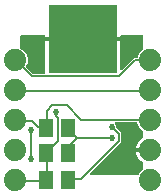
<source format=gbr>
G04 EAGLE Gerber RS-274X export*
G75*
%MOMM*%
%FSLAX34Y34*%
%LPD*%
%INBottom Copper*%
%IPPOS*%
%AMOC8*
5,1,8,0,0,1.08239X$1,22.5*%
G01*
%ADD10C,1.879600*%
%ADD11R,1.300000X1.500000*%
%ADD12R,5.842000X5.842000*%
%ADD13C,0.152400*%
%ADD14C,0.525000*%

G36*
X124467Y24658D02*
X124467Y24658D01*
X124583Y24675D01*
X124589Y24678D01*
X124595Y24679D01*
X124698Y24733D01*
X124803Y24786D01*
X124807Y24791D01*
X124813Y24794D01*
X124892Y24878D01*
X124975Y24962D01*
X124979Y24968D01*
X124982Y24972D01*
X124990Y24989D01*
X125056Y25109D01*
X125575Y26363D01*
X128585Y29373D01*
X128661Y29420D01*
X128761Y29480D01*
X128765Y29484D01*
X128770Y29488D01*
X128845Y29578D01*
X128921Y29667D01*
X128923Y29672D01*
X128927Y29677D01*
X128969Y29786D01*
X129013Y29895D01*
X129014Y29902D01*
X129015Y29907D01*
X129016Y29925D01*
X129031Y30061D01*
X129031Y34702D01*
X129017Y34788D01*
X129011Y34875D01*
X128997Y34909D01*
X128992Y34945D01*
X128951Y35022D01*
X128917Y35103D01*
X128893Y35130D01*
X128876Y35162D01*
X128813Y35222D01*
X128756Y35288D01*
X128717Y35314D01*
X128698Y35331D01*
X128670Y35345D01*
X128616Y35380D01*
X128363Y35509D01*
X126842Y36614D01*
X125514Y37942D01*
X124409Y39463D01*
X123556Y41137D01*
X122975Y42924D01*
X122774Y44197D01*
X128270Y44197D01*
X128290Y44200D01*
X128309Y44198D01*
X128411Y44220D01*
X128513Y44237D01*
X128530Y44246D01*
X128550Y44250D01*
X128639Y44303D01*
X128730Y44352D01*
X128744Y44366D01*
X128761Y44376D01*
X128828Y44455D01*
X128900Y44530D01*
X128908Y44548D01*
X128921Y44563D01*
X128960Y44659D01*
X129003Y44753D01*
X129005Y44773D01*
X129013Y44791D01*
X129031Y44958D01*
X129031Y46482D01*
X129028Y46502D01*
X129030Y46521D01*
X129008Y46623D01*
X128992Y46725D01*
X128982Y46742D01*
X128978Y46762D01*
X128925Y46851D01*
X128876Y46942D01*
X128862Y46956D01*
X128852Y46973D01*
X128773Y47040D01*
X128698Y47111D01*
X128680Y47120D01*
X128665Y47133D01*
X128569Y47172D01*
X128475Y47215D01*
X128455Y47217D01*
X128437Y47225D01*
X128270Y47243D01*
X122774Y47243D01*
X122975Y48516D01*
X123556Y50303D01*
X124409Y51977D01*
X125514Y53498D01*
X126842Y54826D01*
X128363Y55931D01*
X128616Y56060D01*
X128686Y56112D01*
X128761Y56156D01*
X128785Y56184D01*
X128814Y56205D01*
X128864Y56277D01*
X128921Y56343D01*
X128934Y56377D01*
X128955Y56407D01*
X128980Y56490D01*
X129013Y56571D01*
X129018Y56618D01*
X129025Y56642D01*
X129024Y56673D01*
X129031Y56738D01*
X129031Y61379D01*
X129012Y61494D01*
X128995Y61610D01*
X128993Y61615D01*
X128992Y61621D01*
X128937Y61724D01*
X128884Y61829D01*
X128879Y61833D01*
X128876Y61839D01*
X128792Y61919D01*
X128708Y62001D01*
X128702Y62005D01*
X128698Y62008D01*
X128681Y62016D01*
X128581Y62071D01*
X125575Y65077D01*
X123898Y69125D01*
X123837Y69225D01*
X123777Y69325D01*
X123772Y69329D01*
X123769Y69334D01*
X123678Y69409D01*
X123590Y69485D01*
X123584Y69487D01*
X123579Y69491D01*
X123471Y69533D01*
X123362Y69577D01*
X123354Y69578D01*
X123350Y69579D01*
X123331Y69580D01*
X123195Y69595D01*
X105392Y69595D01*
X105321Y69584D01*
X105249Y69582D01*
X105201Y69564D01*
X105149Y69556D01*
X105086Y69522D01*
X105018Y69497D01*
X104978Y69465D01*
X104932Y69440D01*
X104882Y69388D01*
X104826Y69344D01*
X104798Y69300D01*
X104762Y69262D01*
X104732Y69197D01*
X104693Y69137D01*
X104681Y69086D01*
X104659Y69039D01*
X104651Y68968D01*
X104633Y68898D01*
X104637Y68846D01*
X104632Y68795D01*
X104647Y68724D01*
X104653Y68653D01*
X104673Y68605D01*
X104684Y68554D01*
X104721Y68493D01*
X104749Y68427D01*
X104794Y68371D01*
X104810Y68343D01*
X104828Y68328D01*
X104854Y68296D01*
X106004Y67146D01*
X106004Y64826D01*
X106018Y64736D01*
X106026Y64645D01*
X106038Y64616D01*
X106043Y64584D01*
X106086Y64503D01*
X106122Y64419D01*
X106148Y64387D01*
X106159Y64366D01*
X106182Y64344D01*
X106227Y64288D01*
X110237Y60278D01*
X110237Y52498D01*
X83677Y25938D01*
X83635Y25880D01*
X83586Y25828D01*
X83564Y25781D01*
X83533Y25739D01*
X83512Y25670D01*
X83482Y25605D01*
X83476Y25553D01*
X83461Y25503D01*
X83463Y25432D01*
X83455Y25361D01*
X83466Y25310D01*
X83467Y25258D01*
X83492Y25190D01*
X83507Y25120D01*
X83534Y25076D01*
X83552Y25027D01*
X83597Y24971D01*
X83634Y24909D01*
X83673Y24875D01*
X83706Y24835D01*
X83766Y24796D01*
X83820Y24749D01*
X83869Y24730D01*
X83913Y24702D01*
X83982Y24684D01*
X84049Y24657D01*
X84120Y24649D01*
X84151Y24641D01*
X84174Y24643D01*
X84215Y24639D01*
X124352Y24639D01*
X124467Y24658D01*
G37*
G36*
X44978Y110240D02*
X44978Y110240D01*
X44997Y110238D01*
X45099Y110260D01*
X45201Y110276D01*
X45218Y110286D01*
X45238Y110290D01*
X45327Y110343D01*
X45418Y110392D01*
X45432Y110406D01*
X45449Y110416D01*
X45516Y110495D01*
X45588Y110570D01*
X45596Y110588D01*
X45609Y110603D01*
X45648Y110699D01*
X45691Y110793D01*
X45693Y110813D01*
X45701Y110831D01*
X45719Y110998D01*
X45719Y138177D01*
X76708Y138177D01*
X76728Y138180D01*
X76747Y138178D01*
X76849Y138200D01*
X76951Y138217D01*
X76968Y138226D01*
X76988Y138230D01*
X77077Y138283D01*
X77168Y138332D01*
X77182Y138346D01*
X77199Y138356D01*
X77266Y138435D01*
X77337Y138510D01*
X77346Y138528D01*
X77359Y138543D01*
X77397Y138639D01*
X77441Y138733D01*
X77443Y138753D01*
X77451Y138771D01*
X77469Y138938D01*
X77469Y140462D01*
X77466Y140482D01*
X77468Y140501D01*
X77446Y140603D01*
X77429Y140705D01*
X77420Y140722D01*
X77416Y140742D01*
X77363Y140831D01*
X77314Y140922D01*
X77300Y140936D01*
X77290Y140953D01*
X77211Y141020D01*
X77136Y141091D01*
X77118Y141100D01*
X77103Y141113D01*
X77007Y141152D01*
X76913Y141195D01*
X76893Y141197D01*
X76875Y141205D01*
X76708Y141223D01*
X45719Y141223D01*
X45719Y142240D01*
X45716Y142260D01*
X45718Y142279D01*
X45696Y142381D01*
X45679Y142483D01*
X45670Y142500D01*
X45666Y142520D01*
X45613Y142609D01*
X45564Y142700D01*
X45550Y142714D01*
X45540Y142731D01*
X45461Y142798D01*
X45386Y142870D01*
X45368Y142878D01*
X45353Y142891D01*
X45257Y142930D01*
X45163Y142973D01*
X45143Y142975D01*
X45125Y142983D01*
X44958Y143001D01*
X25400Y143001D01*
X25380Y142998D01*
X25361Y143000D01*
X25259Y142978D01*
X25157Y142962D01*
X25140Y142952D01*
X25120Y142948D01*
X25031Y142895D01*
X24940Y142846D01*
X24926Y142832D01*
X24909Y142822D01*
X24842Y142743D01*
X24771Y142668D01*
X24762Y142650D01*
X24749Y142635D01*
X24710Y142539D01*
X24667Y142445D01*
X24665Y142425D01*
X24657Y142407D01*
X24639Y142240D01*
X24639Y132188D01*
X24658Y132073D01*
X24675Y131957D01*
X24678Y131951D01*
X24679Y131945D01*
X24733Y131842D01*
X24786Y131737D01*
X24791Y131733D01*
X24794Y131727D01*
X24878Y131648D01*
X24962Y131565D01*
X24968Y131561D01*
X24972Y131558D01*
X24989Y131550D01*
X25109Y131484D01*
X26363Y130965D01*
X29365Y127963D01*
X30989Y124042D01*
X30989Y119798D01*
X29820Y116976D01*
X29793Y116862D01*
X29764Y116748D01*
X29765Y116742D01*
X29764Y116736D01*
X29775Y116620D01*
X29784Y116503D01*
X29786Y116498D01*
X29787Y116491D01*
X29834Y116384D01*
X29880Y116277D01*
X29885Y116271D01*
X29887Y116267D01*
X29899Y116253D01*
X29985Y116146D01*
X35671Y110460D01*
X35745Y110407D01*
X35814Y110347D01*
X35845Y110335D01*
X35871Y110316D01*
X35958Y110289D01*
X36043Y110255D01*
X36084Y110251D01*
X36106Y110244D01*
X36138Y110245D01*
X36209Y110237D01*
X44958Y110237D01*
X44978Y110240D01*
G37*
G36*
X110092Y113188D02*
X110092Y113188D01*
X110163Y113194D01*
X110211Y113214D01*
X110262Y113225D01*
X110323Y113262D01*
X110389Y113290D01*
X110445Y113335D01*
X110473Y113351D01*
X110488Y113369D01*
X110520Y113395D01*
X121078Y123953D01*
X123406Y123953D01*
X123520Y123972D01*
X123637Y123989D01*
X123642Y123991D01*
X123648Y123992D01*
X123751Y124047D01*
X123856Y124100D01*
X123860Y124105D01*
X123866Y124108D01*
X123946Y124192D01*
X124028Y124276D01*
X124032Y124282D01*
X124035Y124286D01*
X124043Y124303D01*
X124109Y124423D01*
X125575Y127963D01*
X128585Y130973D01*
X128661Y131020D01*
X128761Y131080D01*
X128765Y131084D01*
X128770Y131088D01*
X128845Y131178D01*
X128921Y131267D01*
X128923Y131272D01*
X128927Y131277D01*
X128969Y131386D01*
X129013Y131495D01*
X129014Y131502D01*
X129015Y131507D01*
X129016Y131525D01*
X129031Y131661D01*
X129031Y142240D01*
X129028Y142260D01*
X129030Y142279D01*
X129008Y142381D01*
X128992Y142483D01*
X128982Y142500D01*
X128978Y142520D01*
X128925Y142609D01*
X128876Y142700D01*
X128862Y142714D01*
X128852Y142731D01*
X128773Y142798D01*
X128698Y142870D01*
X128680Y142878D01*
X128665Y142891D01*
X128569Y142930D01*
X128475Y142973D01*
X128455Y142975D01*
X128437Y142983D01*
X128270Y143001D01*
X109982Y143001D01*
X109962Y142998D01*
X109943Y143000D01*
X109841Y142978D01*
X109739Y142962D01*
X109722Y142952D01*
X109702Y142948D01*
X109613Y142895D01*
X109522Y142846D01*
X109508Y142832D01*
X109491Y142822D01*
X109424Y142743D01*
X109352Y142668D01*
X109344Y142650D01*
X109331Y142635D01*
X109292Y142539D01*
X109249Y142445D01*
X109247Y142425D01*
X109239Y142407D01*
X109221Y142240D01*
X109221Y141223D01*
X78232Y141223D01*
X78212Y141220D01*
X78193Y141222D01*
X78091Y141200D01*
X77989Y141183D01*
X77972Y141174D01*
X77952Y141170D01*
X77863Y141117D01*
X77772Y141068D01*
X77758Y141054D01*
X77741Y141044D01*
X77674Y140965D01*
X77603Y140890D01*
X77594Y140872D01*
X77581Y140857D01*
X77543Y140761D01*
X77499Y140667D01*
X77497Y140647D01*
X77489Y140629D01*
X77471Y140462D01*
X77471Y138938D01*
X77474Y138918D01*
X77472Y138899D01*
X77494Y138797D01*
X77511Y138695D01*
X77520Y138678D01*
X77524Y138658D01*
X77577Y138569D01*
X77626Y138478D01*
X77640Y138464D01*
X77650Y138447D01*
X77729Y138380D01*
X77804Y138309D01*
X77822Y138300D01*
X77837Y138287D01*
X77933Y138248D01*
X78027Y138205D01*
X78047Y138203D01*
X78065Y138195D01*
X78232Y138177D01*
X109221Y138177D01*
X109221Y113933D01*
X109232Y113863D01*
X109234Y113791D01*
X109252Y113742D01*
X109260Y113691D01*
X109294Y113627D01*
X109319Y113560D01*
X109351Y113519D01*
X109376Y113473D01*
X109428Y113424D01*
X109472Y113368D01*
X109516Y113340D01*
X109554Y113304D01*
X109619Y113274D01*
X109679Y113235D01*
X109730Y113222D01*
X109777Y113200D01*
X109848Y113192D01*
X109918Y113175D01*
X109970Y113179D01*
X110021Y113173D01*
X110092Y113188D01*
G37*
D10*
X20320Y20320D03*
X20320Y45720D03*
X20320Y71120D03*
X20320Y96520D03*
X20320Y121920D03*
D11*
X65380Y20320D03*
X46380Y20320D03*
X65380Y43180D03*
X46380Y43180D03*
X65380Y64770D03*
X46380Y64770D03*
D10*
X134620Y20320D03*
X134620Y45720D03*
X134620Y71120D03*
X134620Y96520D03*
X134620Y121920D03*
D12*
X77470Y139700D03*
D13*
X47244Y42672D02*
X47244Y21336D01*
X46380Y20320D01*
X47244Y42672D02*
X46380Y43180D01*
X54864Y74676D02*
X54864Y77724D01*
X54864Y74676D02*
X56388Y73152D01*
X56388Y53340D01*
X47244Y44196D01*
X46380Y43180D01*
X45720Y19812D02*
X21336Y19812D01*
X20320Y20320D01*
X45720Y19812D02*
X46380Y20320D01*
D14*
X54864Y77724D03*
D13*
X45720Y65532D02*
X39624Y65532D01*
X35052Y70104D01*
X21336Y70104D01*
X45720Y65532D02*
X46380Y64770D01*
X21336Y70104D02*
X20320Y71120D01*
X76200Y71628D02*
X134112Y71628D01*
X76200Y71628D02*
X64008Y83820D01*
X51816Y83820D01*
X47244Y79248D01*
X47244Y65532D01*
X134112Y71628D02*
X134620Y71120D01*
X47244Y65532D02*
X46380Y64770D01*
X33528Y62484D02*
X33528Y38100D01*
X121920Y121920D02*
X134620Y121920D01*
X121920Y121920D02*
X108204Y108204D01*
X35052Y108204D01*
X21336Y121920D01*
X20320Y121920D01*
D14*
X33528Y38100D03*
X33528Y62484D03*
D13*
X21336Y96012D02*
X134112Y96012D01*
X21336Y96012D02*
X20320Y96520D01*
X134112Y96012D02*
X134620Y96520D01*
X102108Y65532D02*
X108204Y59436D01*
X108204Y53340D01*
X76200Y21336D01*
X65532Y21336D01*
X65380Y20320D01*
D14*
X102108Y65532D03*
D13*
X102108Y56388D02*
X73152Y56388D01*
X65532Y64008D01*
X65380Y64770D01*
X65532Y48768D02*
X65532Y44196D01*
X65532Y48768D02*
X73152Y56388D01*
X65532Y44196D02*
X65380Y43180D01*
D14*
X102108Y56388D03*
M02*

</source>
